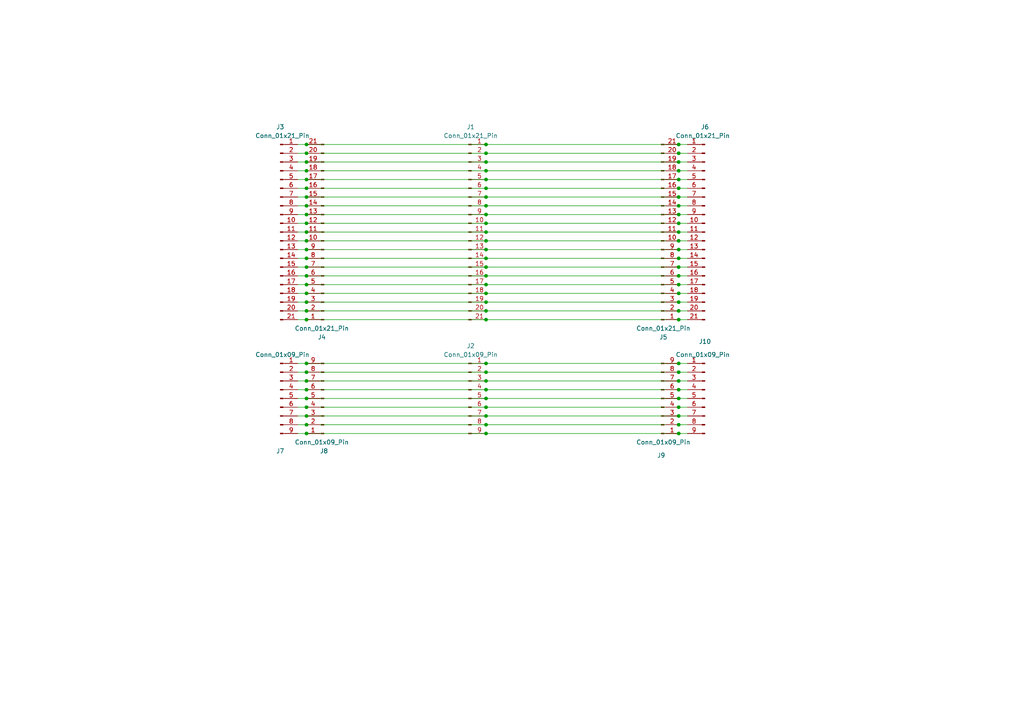
<source format=kicad_sch>
(kicad_sch (version 20230121) (generator eeschema)
  (paper "A4")
  (lib_symbols
    (symbol "Connector:Conn_01x09_Pin" (pin_names (offset 1.016) hide)
      (property "Reference" "J" (at 0 12.7 0))
      (property "Value" "Conn_01x09_Pin" (at 0 -12.7 0))
      (symbol "Conn_01x09_Pin_1_1"
        (polyline (pts (xy 1.27 -10.16) (xy 0.8636 -10.16)) (stroke (width 0.1524)))
        (polyline (pts (xy 1.27 -7.62) (xy 0.8636 -7.62)) (stroke (width 0.1524)))
        (polyline (pts (xy 1.27 -5.08) (xy 0.8636 -5.08)) (stroke (width 0.1524)))
        (polyline (pts (xy 1.27 -2.54) (xy 0.8636 -2.54)) (stroke (width 0.1524)))
        (polyline (pts (xy 1.27 0) (xy 0.8636 0)) (stroke (width 0.1524)))
        (polyline (pts (xy 1.27 2.54) (xy 0.8636 2.54)) (stroke (width 0.1524)))
        (polyline (pts (xy 1.27 5.08) (xy 0.8636 5.08)) (stroke (width 0.1524)))
        (polyline (pts (xy 1.27 7.62) (xy 0.8636 7.62)) (stroke (width 0.1524)))
        (polyline (pts (xy 1.27 10.16) (xy 0.8636 10.16)) (stroke (width 0.1524)))
        (rectangle (start 0.8636 -10.033) (end 0 -10.287) (stroke (width 0.1524)) (fill (type outline)))
        (rectangle (start 0.8636 -7.493) (end 0 -7.747) (stroke (width 0.1524)) (fill (type outline)))
        (rectangle (start 0.8636 -4.953) (end 0 -5.207) (stroke (width 0.1524)) (fill (type outline)))
        (rectangle (start 0.8636 -2.413) (end 0 -2.667) (stroke (width 0.1524)) (fill (type outline)))
        (rectangle (start 0.8636 0.127) (end 0 -0.127) (stroke (width 0.1524)) (fill (type outline)))
        (rectangle (start 0.8636 2.667) (end 0 2.413) (stroke (width 0.1524)) (fill (type outline)))
        (rectangle (start 0.8636 5.207) (end 0 4.953) (stroke (width 0.1524)) (fill (type outline)))
        (rectangle (start 0.8636 7.747) (end 0 7.493) (stroke (width 0.1524)) (fill (type outline)))
        (rectangle (start 0.8636 10.287) (end 0 10.033) (stroke (width 0.1524)) (fill (type outline)))
        (pin passive line (at 5.08 10.16 180) (length 3.81) (name "Pin_1") (number "1"))
        (pin passive line (at 5.08 7.62 180) (length 3.81) (name "Pin_2") (number "2"))
        (pin passive line (at 5.08 5.08 180) (length 3.81) (name "Pin_3") (number "3"))
        (pin passive line (at 5.08 2.54 180) (length 3.81) (name "Pin_4") (number "4"))
        (pin passive line (at 5.08 0 180) (length 3.81) (name "Pin_5") (number "5"))
        (pin passive line (at 5.08 -2.54 180) (length 3.81) (name "Pin_6") (number "6"))
        (pin passive line (at 5.08 -5.08 180) (length 3.81) (name "Pin_7") (number "7"))
        (pin passive line (at 5.08 -7.62 180) (length 3.81) (name "Pin_8") (number "8"))
        (pin passive line (at 5.08 -10.16 180) (length 3.81) (name "Pin_9") (number "9"))
      )
    )
    (symbol "Connector:Conn_01x21_Pin" (pin_names (offset 1.016) hide)
      (property "Reference" "J" (at 0 27.94 0))
      (property "Value" "Conn_01x21_Pin" (at 0 -27.94 0))
      (symbol "Conn_01x21_Pin_1_1"
        (polyline (pts (xy 1.27 -25.4) (xy 0.8636 -25.4)) (stroke (width 0.1524)))
        (polyline (pts (xy 1.27 -22.86) (xy 0.8636 -22.86)) (stroke (width 0.1524)))
        (polyline (pts (xy 1.27 -20.32) (xy 0.8636 -20.32)) (stroke (width 0.1524)))
        (polyline (pts (xy 1.27 -17.78) (xy 0.8636 -17.78)) (stroke (width 0.1524)))
        (polyline (pts (xy 1.27 -15.24) (xy 0.8636 -15.24)) (stroke (width 0.1524)))
        (polyline (pts (xy 1.27 -12.7) (xy 0.8636 -12.7)) (stroke (width 0.1524)))
        (polyline (pts (xy 1.27 -10.16) (xy 0.8636 -10.16)) (stroke (width 0.1524)))
        (polyline (pts (xy 1.27 -7.62) (xy 0.8636 -7.62)) (stroke (width 0.1524)))
        (polyline (pts (xy 1.27 -5.08) (xy 0.8636 -5.08)) (stroke (width 0.1524)))
        (polyline (pts (xy 1.27 -2.54) (xy 0.8636 -2.54)) (stroke (width 0.1524)))
        (polyline (pts (xy 1.27 0) (xy 0.8636 0)) (stroke (width 0.1524)))
        (polyline (pts (xy 1.27 2.54) (xy 0.8636 2.54)) (stroke (width 0.1524)))
        (polyline (pts (xy 1.27 5.08) (xy 0.8636 5.08)) (stroke (width 0.1524)))
        (polyline (pts (xy 1.27 7.62) (xy 0.8636 7.62)) (stroke (width 0.1524)))
        (polyline (pts (xy 1.27 10.16) (xy 0.8636 10.16)) (stroke (width 0.1524)))
        (polyline (pts (xy 1.27 12.7) (xy 0.8636 12.7)) (stroke (width 0.1524)))
        (polyline (pts (xy 1.27 15.24) (xy 0.8636 15.24)) (stroke (width 0.1524)))
        (polyline (pts (xy 1.27 17.78) (xy 0.8636 17.78)) (stroke (width 0.1524)))
        (polyline (pts (xy 1.27 20.32) (xy 0.8636 20.32)) (stroke (width 0.1524)))
        (polyline (pts (xy 1.27 22.86) (xy 0.8636 22.86)) (stroke (width 0.1524)))
        (polyline (pts (xy 1.27 25.4) (xy 0.8636 25.4)) (stroke (width 0.1524)))
        (rectangle (start 0.8636 -25.273) (end 0 -25.527) (stroke (width 0.1524)) (fill (type outline)))
        (rectangle (start 0.8636 -22.733) (end 0 -22.987) (stroke (width 0.1524)) (fill (type outline)))
        (rectangle (start 0.8636 -20.193) (end 0 -20.447) (stroke (width 0.1524)) (fill (type outline)))
        (rectangle (start 0.8636 -17.653) (end 0 -17.907) (stroke (width 0.1524)) (fill (type outline)))
        (rectangle (start 0.8636 -15.113) (end 0 -15.367) (stroke (width 0.1524)) (fill (type outline)))
        (rectangle (start 0.8636 -12.573) (end 0 -12.827) (stroke (width 0.1524)) (fill (type outline)))
        (rectangle (start 0.8636 -10.033) (end 0 -10.287) (stroke (width 0.1524)) (fill (type outline)))
        (rectangle (start 0.8636 -7.493) (end 0 -7.747) (stroke (width 0.1524)) (fill (type outline)))
        (rectangle (start 0.8636 -4.953) (end 0 -5.207) (stroke (width 0.1524)) (fill (type outline)))
        (rectangle (start 0.8636 -2.413) (end 0 -2.667) (stroke (width 0.1524)) (fill (type outline)))
        (rectangle (start 0.8636 0.127) (end 0 -0.127) (stroke (width 0.1524)) (fill (type outline)))
        (rectangle (start 0.8636 2.667) (end 0 2.413) (stroke (width 0.1524)) (fill (type outline)))
        (rectangle (start 0.8636 5.207) (end 0 4.953) (stroke (width 0.1524)) (fill (type outline)))
        (rectangle (start 0.8636 7.747) (end 0 7.493) (stroke (width 0.1524)) (fill (type outline)))
        (rectangle (start 0.8636 10.287) (end 0 10.033) (stroke (width 0.1524)) (fill (type outline)))
        (rectangle (start 0.8636 12.827) (end 0 12.573) (stroke (width 0.1524)) (fill (type outline)))
        (rectangle (start 0.8636 15.367) (end 0 15.113) (stroke (width 0.1524)) (fill (type outline)))
        (rectangle (start 0.8636 17.907) (end 0 17.653) (stroke (width 0.1524)) (fill (type outline)))
        (rectangle (start 0.8636 20.447) (end 0 20.193) (stroke (width 0.1524)) (fill (type outline)))
        (rectangle (start 0.8636 22.987) (end 0 22.733) (stroke (width 0.1524)) (fill (type outline)))
        (rectangle (start 0.8636 25.527) (end 0 25.273) (stroke (width 0.1524)) (fill (type outline)))
        (pin passive line (at 5.08 25.4 180) (length 3.81) (name "Pin_1") (number "1"))
        (pin passive line (at 5.08 2.54 180) (length 3.81) (name "Pin_10") (number "10"))
        (pin passive line (at 5.08 0 180) (length 3.81) (name "Pin_11") (number "11"))
        (pin passive line (at 5.08 -2.54 180) (length 3.81) (name "Pin_12") (number "12"))
        (pin passive line (at 5.08 -5.08 180) (length 3.81) (name "Pin_13") (number "13"))
        (pin passive line (at 5.08 -7.62 180) (length 3.81) (name "Pin_14") (number "14"))
        (pin passive line (at 5.08 -10.16 180) (length 3.81) (name "Pin_15") (number "15"))
        (pin passive line (at 5.08 -12.7 180) (length 3.81) (name "Pin_16") (number "16"))
        (pin passive line (at 5.08 -15.24 180) (length 3.81) (name "Pin_17") (number "17"))
        (pin passive line (at 5.08 -17.78 180) (length 3.81) (name "Pin_18") (number "18"))
        (pin passive line (at 5.08 -20.32 180) (length 3.81) (name "Pin_19") (number "19"))
        (pin passive line (at 5.08 22.86 180) (length 3.81) (name "Pin_2") (number "2"))
        (pin passive line (at 5.08 -22.86 180) (length 3.81) (name "Pin_20") (number "20"))
        (pin passive line (at 5.08 -25.4 180) (length 3.81) (name "Pin_21") (number "21"))
        (pin passive line (at 5.08 20.32 180) (length 3.81) (name "Pin_3") (number "3"))
        (pin passive line (at 5.08 17.78 180) (length 3.81) (name "Pin_4") (number "4"))
        (pin passive line (at 5.08 15.24 180) (length 3.81) (name "Pin_5") (number "5"))
        (pin passive line (at 5.08 12.7 180) (length 3.81) (name "Pin_6") (number "6"))
        (pin passive line (at 5.08 10.16 180) (length 3.81) (name "Pin_7") (number "7"))
        (pin passive line (at 5.08 7.62 180) (length 3.81) (name "Pin_8") (number "8"))
        (pin passive line (at 5.08 5.08 180) (length 3.81) (name "Pin_9") (number "9"))
      )
    )
  )
  (junction (at 88.9 41.91))
  (junction (at 140.97 59.69))
  (junction (at 140.97 110.49))
  (junction (at 88.9 52.07))
  (junction (at 140.97 44.45))
  (junction (at 196.85 52.07))
  (junction (at 140.97 67.31))
  (junction (at 140.97 85.09))
  (junction (at 88.9 125.73))
  (junction (at 88.9 82.55))
  (junction (at 140.97 54.61))
  (junction (at 140.97 77.47))
  (junction (at 196.85 72.39))
  (junction (at 140.97 118.11))
  (junction (at 196.85 49.53))
  (junction (at 196.85 82.55))
  (junction (at 140.97 120.65))
  (junction (at 140.97 52.07))
  (junction (at 140.97 87.63))
  (junction (at 88.9 120.65))
  (junction (at 88.9 80.01))
  (junction (at 88.9 59.69))
  (junction (at 140.97 92.71))
  (junction (at 196.85 74.93))
  (junction (at 196.85 62.23))
  (junction (at 88.9 123.19))
  (junction (at 88.9 92.71))
  (junction (at 88.9 67.31))
  (junction (at 88.9 85.09))
  (junction (at 140.97 49.53))
  (junction (at 88.9 44.45))
  (junction (at 196.85 90.17))
  (junction (at 88.9 69.85))
  (junction (at 196.85 64.77))
  (junction (at 196.85 107.95))
  (junction (at 196.85 110.49))
  (junction (at 196.85 115.57))
  (junction (at 140.97 80.01))
  (junction (at 88.9 110.49))
  (junction (at 140.97 105.41))
  (junction (at 88.9 74.93))
  (junction (at 88.9 118.11))
  (junction (at 88.9 72.39))
  (junction (at 140.97 113.03))
  (junction (at 88.9 113.03))
  (junction (at 140.97 90.17))
  (junction (at 196.85 54.61))
  (junction (at 88.9 62.23))
  (junction (at 88.9 105.41))
  (junction (at 196.85 85.09))
  (junction (at 88.9 49.53))
  (junction (at 196.85 87.63))
  (junction (at 196.85 92.71))
  (junction (at 140.97 46.99))
  (junction (at 140.97 62.23))
  (junction (at 196.85 69.85))
  (junction (at 140.97 107.95))
  (junction (at 196.85 105.41))
  (junction (at 196.85 59.69))
  (junction (at 196.85 113.03))
  (junction (at 196.85 46.99))
  (junction (at 88.9 107.95))
  (junction (at 140.97 74.93))
  (junction (at 196.85 120.65))
  (junction (at 88.9 54.61))
  (junction (at 140.97 123.19))
  (junction (at 140.97 57.15))
  (junction (at 140.97 82.55))
  (junction (at 196.85 67.31))
  (junction (at 88.9 87.63))
  (junction (at 140.97 41.91))
  (junction (at 196.85 125.73))
  (junction (at 196.85 123.19))
  (junction (at 88.9 57.15))
  (junction (at 88.9 46.99))
  (junction (at 88.9 90.17))
  (junction (at 140.97 64.77))
  (junction (at 196.85 80.01))
  (junction (at 88.9 77.47))
  (junction (at 140.97 69.85))
  (junction (at 140.97 72.39))
  (junction (at 88.9 115.57))
  (junction (at 140.97 125.73))
  (junction (at 196.85 118.11))
  (junction (at 196.85 77.47))
  (junction (at 196.85 57.15))
  (junction (at 196.85 44.45))
  (junction (at 88.9 64.77))
  (junction (at 140.97 115.57))
  (junction (at 196.85 41.91))
  (wire (pts (xy 196.85 44.45) (xy 199.39 44.45)))
  (wire (pts (xy 140.97 85.09) (xy 196.85 85.09)))
  (wire (pts (xy 140.97 92.71) (xy 196.85 92.71)))
  (wire (pts (xy 140.97 92.71) (xy 88.9 92.71)))
  (wire (pts (xy 140.97 105.41) (xy 196.85 105.41)))
  (wire (pts (xy 140.97 120.65) (xy 88.9 120.65)))
  (wire (pts (xy 196.85 62.23) (xy 199.39 62.23)))
  (wire (pts (xy 140.97 87.63) (xy 196.85 87.63)))
  (wire (pts (xy 140.97 110.49) (xy 88.9 110.49)))
  (wire (pts (xy 88.9 77.47) (xy 86.36 77.47)))
  (wire (pts (xy 88.9 44.45) (xy 86.36 44.45)))
  (wire (pts (xy 140.97 107.95) (xy 88.9 107.95)))
  (wire (pts (xy 196.85 85.09) (xy 199.39 85.09)))
  (wire (pts (xy 140.97 67.31) (xy 88.9 67.31)))
  (wire (pts (xy 140.97 49.53) (xy 88.9 49.53)))
  (wire (pts (xy 88.9 113.03) (xy 86.36 113.03)))
  (wire (pts (xy 196.85 87.63) (xy 199.39 87.63)))
  (wire (pts (xy 88.9 107.95) (xy 86.36 107.95)))
  (wire (pts (xy 88.9 115.57) (xy 86.36 115.57)))
  (wire (pts (xy 140.97 59.69) (xy 88.9 59.69)))
  (wire (pts (xy 140.97 90.17) (xy 88.9 90.17)))
  (wire (pts (xy 196.85 115.57) (xy 199.39 115.57)))
  (wire (pts (xy 196.85 80.01) (xy 199.39 80.01)))
  (wire (pts (xy 196.85 69.85) (xy 199.39 69.85)))
  (wire (pts (xy 140.97 82.55) (xy 196.85 82.55)))
  (wire (pts (xy 196.85 77.47) (xy 199.39 77.47)))
  (wire (pts (xy 140.97 57.15) (xy 196.85 57.15)))
  (wire (pts (xy 88.9 72.39) (xy 86.36 72.39)))
  (wire (pts (xy 140.97 105.41) (xy 88.9 105.41)))
  (wire (pts (xy 88.9 120.65) (xy 86.36 120.65)))
  (wire (pts (xy 140.97 113.03) (xy 196.85 113.03)))
  (wire (pts (xy 140.97 115.57) (xy 196.85 115.57)))
  (wire (pts (xy 140.97 44.45) (xy 196.85 44.45)))
  (wire (pts (xy 88.9 80.01) (xy 86.36 80.01)))
  (wire (pts (xy 140.97 62.23) (xy 88.9 62.23)))
  (wire (pts (xy 88.9 62.23) (xy 86.36 62.23)))
  (wire (pts (xy 88.9 105.41) (xy 86.36 105.41)))
  (wire (pts (xy 140.97 77.47) (xy 196.85 77.47)))
  (wire (pts (xy 140.97 46.99) (xy 196.85 46.99)))
  (wire (pts (xy 140.97 80.01) (xy 196.85 80.01)))
  (wire (pts (xy 140.97 85.09) (xy 88.9 85.09)))
  (wire (pts (xy 140.97 118.11) (xy 88.9 118.11)))
  (wire (pts (xy 140.97 72.39) (xy 88.9 72.39)))
  (wire (pts (xy 140.97 125.73) (xy 88.9 125.73)))
  (wire (pts (xy 140.97 62.23) (xy 196.85 62.23)))
  (wire (pts (xy 88.9 87.63) (xy 86.36 87.63)))
  (wire (pts (xy 140.97 41.91) (xy 196.85 41.91)))
  (wire (pts (xy 196.85 90.17) (xy 199.39 90.17)))
  (wire (pts (xy 196.85 67.31) (xy 199.39 67.31)))
  (wire (pts (xy 196.85 57.15) (xy 199.39 57.15)))
  (wire (pts (xy 196.85 52.07) (xy 199.39 52.07)))
  (wire (pts (xy 88.9 92.71) (xy 86.36 92.71)))
  (wire (pts (xy 196.85 125.73) (xy 199.39 125.73)))
  (wire (pts (xy 88.9 110.49) (xy 86.36 110.49)))
  (wire (pts (xy 140.97 107.95) (xy 196.85 107.95)))
  (wire (pts (xy 196.85 46.99) (xy 199.39 46.99)))
  (wire (pts (xy 88.9 74.93) (xy 86.36 74.93)))
  (wire (pts (xy 88.9 41.91) (xy 86.36 41.91)))
  (wire (pts (xy 196.85 82.55) (xy 199.39 82.55)))
  (wire (pts (xy 140.97 77.47) (xy 88.9 77.47)))
  (wire (pts (xy 196.85 123.19) (xy 199.39 123.19)))
  (wire (pts (xy 140.97 52.07) (xy 196.85 52.07)))
  (wire (pts (xy 140.97 44.45) (xy 88.9 44.45)))
  (wire (pts (xy 196.85 74.93) (xy 199.39 74.93)))
  (wire (pts (xy 88.9 118.11) (xy 86.36 118.11)))
  (wire (pts (xy 196.85 54.61) (xy 199.39 54.61)))
  (wire (pts (xy 140.97 87.63) (xy 88.9 87.63)))
  (wire (pts (xy 140.97 67.31) (xy 196.85 67.31)))
  (wire (pts (xy 140.97 80.01) (xy 88.9 80.01)))
  (wire (pts (xy 140.97 123.19) (xy 196.85 123.19)))
  (wire (pts (xy 88.9 46.99) (xy 86.36 46.99)))
  (wire (pts (xy 140.97 72.39) (xy 196.85 72.39)))
  (wire (pts (xy 140.97 64.77) (xy 196.85 64.77)))
  (wire (pts (xy 140.97 113.03) (xy 88.9 113.03)))
  (wire (pts (xy 140.97 118.11) (xy 196.85 118.11)))
  (wire (pts (xy 140.97 59.69) (xy 196.85 59.69)))
  (wire (pts (xy 140.97 57.15) (xy 88.9 57.15)))
  (wire (pts (xy 196.85 105.41) (xy 199.39 105.41)))
  (wire (pts (xy 88.9 57.15) (xy 86.36 57.15)))
  (wire (pts (xy 140.97 125.73) (xy 196.85 125.73)))
  (wire (pts (xy 88.9 64.77) (xy 86.36 64.77)))
  (wire (pts (xy 140.97 120.65) (xy 196.85 120.65)))
  (wire (pts (xy 88.9 67.31) (xy 86.36 67.31)))
  (wire (pts (xy 140.97 90.17) (xy 196.85 90.17)))
  (wire (pts (xy 88.9 123.19) (xy 86.36 123.19)))
  (wire (pts (xy 140.97 54.61) (xy 196.85 54.61)))
  (wire (pts (xy 88.9 69.85) (xy 86.36 69.85)))
  (wire (pts (xy 196.85 107.95) (xy 199.39 107.95)))
  (wire (pts (xy 88.9 59.69) (xy 86.36 59.69)))
  (wire (pts (xy 196.85 64.77) (xy 199.39 64.77)))
  (wire (pts (xy 196.85 118.11) (xy 199.39 118.11)))
  (wire (pts (xy 140.97 74.93) (xy 196.85 74.93)))
  (wire (pts (xy 196.85 41.91) (xy 199.39 41.91)))
  (wire (pts (xy 140.97 69.85) (xy 196.85 69.85)))
  (wire (pts (xy 140.97 52.07) (xy 88.9 52.07)))
  (wire (pts (xy 140.97 110.49) (xy 196.85 110.49)))
  (wire (pts (xy 88.9 82.55) (xy 86.36 82.55)))
  (wire (pts (xy 140.97 41.91) (xy 88.9 41.91)))
  (wire (pts (xy 196.85 92.71) (xy 199.39 92.71)))
  (wire (pts (xy 140.97 49.53) (xy 196.85 49.53)))
  (wire (pts (xy 140.97 74.93) (xy 88.9 74.93)))
  (wire (pts (xy 88.9 52.07) (xy 86.36 52.07)))
  (wire (pts (xy 88.9 49.53) (xy 86.36 49.53)))
  (wire (pts (xy 140.97 64.77) (xy 88.9 64.77)))
  (wire (pts (xy 140.97 82.55) (xy 88.9 82.55)))
  (wire (pts (xy 196.85 120.65) (xy 199.39 120.65)))
  (wire (pts (xy 140.97 54.61) (xy 88.9 54.61)))
  (wire (pts (xy 88.9 85.09) (xy 86.36 85.09)))
  (wire (pts (xy 140.97 69.85) (xy 88.9 69.85)))
  (wire (pts (xy 196.85 110.49) (xy 199.39 110.49)))
  (wire (pts (xy 196.85 59.69) (xy 199.39 59.69)))
  (wire (pts (xy 88.9 54.61) (xy 86.36 54.61)))
  (wire (pts (xy 196.85 49.53) (xy 199.39 49.53)))
  (wire (pts (xy 196.85 72.39) (xy 199.39 72.39)))
  (wire (pts (xy 88.9 125.73) (xy 86.36 125.73)))
  (wire (pts (xy 88.9 90.17) (xy 86.36 90.17)))
  (wire (pts (xy 196.85 113.03) (xy 199.39 113.03)))
  (wire (pts (xy 140.97 123.19) (xy 88.9 123.19)))
  (wire (pts (xy 140.97 46.99) (xy 88.9 46.99)))
  (wire (pts (xy 140.97 115.57) (xy 88.9 115.57)))
  (symbol (lib_id "Connector:Conn_01x21_Pin") (at 204.47 67.31 0) (mirror y) (unit 1)
    (property "Reference" "J6" (at 204.47 36.83 0))
    (property "Value" "Conn_01x21_Pin" (at 203.835 39.37 0))
    (property "Footprint" "FPC_Adapted:Molex_200528-0210_1x21-1MP_P1.00mm_Horizontal" (effects hide))
  )
  (symbol (lib_id "Connector:Conn_01x09_Pin") (at 135.89 115.57 0) (unit 1)
    (property "Reference" "J2" (at 136.525 100.33 0))
    (property "Value" "Conn_01x09_Pin" (at 136.525 102.87 0))
    (property "Footprint" "Connector_PinHeader_2.54mm:PinHeader_1x09_P2.54mm_Vertical" (effects hide))
  )
  (symbol (lib_id "Connector:Conn_01x21_Pin") (at 191.77 67.31 0) (mirror x) (unit 1)
    (property "Reference" "J5" (at 192.405 97.79 0))
    (property "Value" "Conn_01x21_Pin" (at 192.405 95.25 0))
    (property "Footprint" "FPC_Adapted:Molex_200528-0210_1x21-1MP_P1.00mm_Horizontal" (effects hide))
  )
  (symbol (lib_id "Connector:Conn_01x09_Pin") (at 191.77 115.57 0) (mirror x) (unit 1)
    (property "Reference" "J9" (at 191.77 132.08 0))
    (property "Value" "Conn_01x09_Pin" (at 192.405 128.27 0))
    (property "Footprint" "FPC_Adapted:Molex_200528-0090_1x09-1MP_P1.00mm_Horizontal" (effects hide))
  )
  (symbol (lib_id "Connector:Conn_01x09_Pin") (at 93.98 115.57 180) (unit 1)
    (property "Reference" "J8" (at 93.98 130.81 0))
    (property "Value" "Conn_01x09_Pin" (at 93.345 128.27 0))
    (property "Footprint" "FPC_Adapted:Molex_200528-0090_1x09-1MP_P1.00mm_Horizontal" (effects hide))
  )
  (symbol (lib_id "Connector:Conn_01x09_Pin") (at 204.47 115.57 0) (mirror y) (unit 1)
    (property "Reference" "J10" (at 204.47 99.06 0))
    (property "Value" "Conn_01x09_Pin" (at 203.835 102.87 0))
    (property "Footprint" "FPC_Adapted:Molex_200528-0090_1x09-1MP_P1.00mm_Horizontal" (effects hide))
  )
  (symbol (lib_id "Connector:Conn_01x09_Pin") (at 81.28 115.57 0) (unit 1)
    (property "Reference" "J7" (at 81.28 130.81 0))
    (property "Value" "Conn_01x09_Pin" (at 81.915 102.87 0))
    (property "Footprint" "FPC_Adapted:Molex_200528-0090_1x09-1MP_P1.00mm_Horizontal" (effects hide))
  )
  (symbol (lib_id "Connector:Conn_01x21_Pin") (at 135.89 67.31 0) (unit 1)
    (property "Reference" "J1" (at 136.525 36.83 0))
    (property "Value" "Conn_01x21_Pin" (at 136.525 39.37 0))
    (property "Footprint" "Connector_PinHeader_2.54mm:PinHeader_1x21_P2.54mm_Vertical" (effects hide))
  )
  (symbol (lib_id "Connector:Conn_01x21_Pin") (at 93.98 67.31 180) (unit 1)
    (property "Reference" "J4" (at 93.345 97.79 0))
    (property "Value" "Conn_01x21_Pin" (at 93.345 95.25 0))
    (property "Footprint" "FPC_Adapted:Molex_200528-0210_1x21-1MP_P1.00mm_Horizontal" (effects hide))
  )
  (symbol (lib_id "Connector:Conn_01x21_Pin") (at 81.28 67.31 0) (unit 1)
    (property "Reference" "J3" (at 81.28 36.83 0))
    (property "Value" "Conn_01x21_Pin" (at 81.915 39.37 0))
    (property "Footprint" "FPC_Adapted:Molex_200528-0210_1x21-1MP_P1.00mm_Horizontal" (effects hide))
  )
)
</source>
